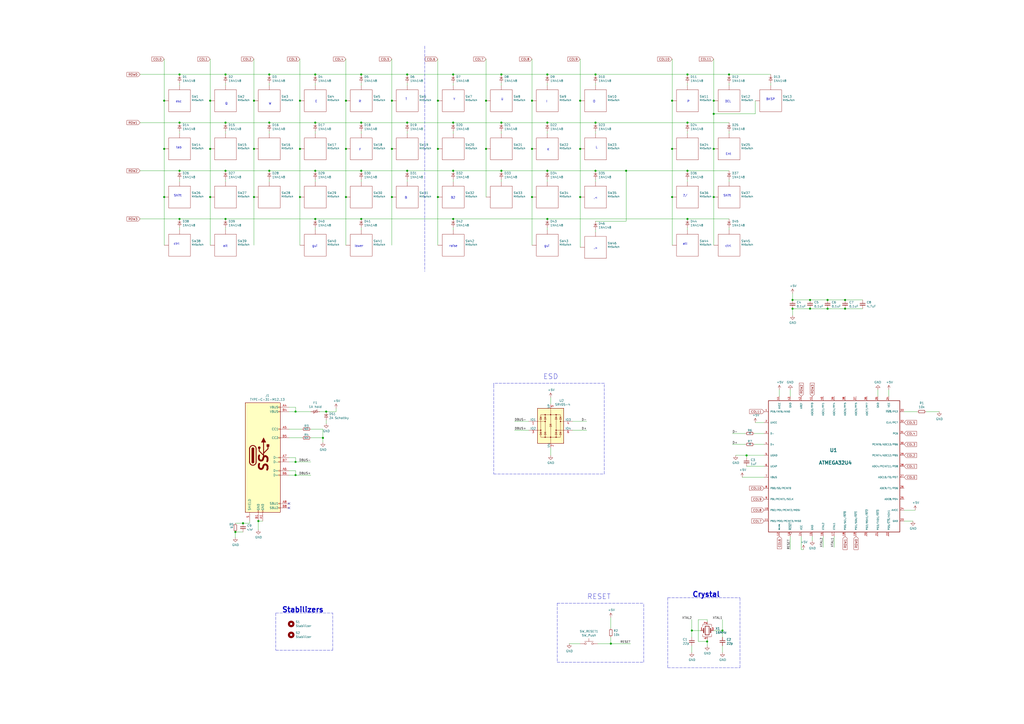
<source format=kicad_sch>
(kicad_sch (version 20210126) (generator eeschema)
  (paper "A2")
  (junction (at 95.25 58.42) (diameter 1.016))
  (junction (at 95.25 86.36) (diameter 1.016))
  (junction (at 95.25 114.3) (diameter 1.016))
  (junction (at 104.14 43.18) (diameter 1.016))
  (junction (at 104.14 71.12) (diameter 1.016))
  (junction (at 104.14 99.06) (diameter 1.016))
  (junction (at 104.14 127) (diameter 1.016))
  (junction (at 121.92 58.42) (diameter 1.016))
  (junction (at 121.92 86.36) (diameter 1.016))
  (junction (at 121.92 114.3) (diameter 1.016))
  (junction (at 130.81 43.18) (diameter 1.016))
  (junction (at 130.81 71.12) (diameter 1.016))
  (junction (at 130.81 99.06) (diameter 1.016))
  (junction (at 130.81 127) (diameter 1.016))
  (junction (at 136.525 308.61) (diameter 1.016))
  (junction (at 140.97 303.53) (diameter 1.016))
  (junction (at 147.32 58.42) (diameter 1.016))
  (junction (at 147.32 86.36) (diameter 1.016))
  (junction (at 147.32 114.3) (diameter 1.016))
  (junction (at 149.86 302.26) (diameter 1.016))
  (junction (at 156.21 43.18) (diameter 1.016))
  (junction (at 156.21 71.12) (diameter 1.016))
  (junction (at 156.21 99.06) (diameter 1.016))
  (junction (at 171.45 238.76) (diameter 1.016))
  (junction (at 171.45 267.97) (diameter 1.016))
  (junction (at 171.45 275.59) (diameter 1.016))
  (junction (at 173.99 58.42) (diameter 1.016))
  (junction (at 173.99 86.36) (diameter 1.016))
  (junction (at 173.99 114.3) (diameter 1.016))
  (junction (at 182.88 43.18) (diameter 1.016))
  (junction (at 182.88 71.12) (diameter 1.016))
  (junction (at 182.88 99.06) (diameter 1.016))
  (junction (at 182.88 127) (diameter 1.016))
  (junction (at 187.325 254) (diameter 1.016))
  (junction (at 189.23 238.76) (diameter 1.016))
  (junction (at 200.66 58.42) (diameter 1.016))
  (junction (at 200.66 86.36) (diameter 1.016))
  (junction (at 200.66 114.3) (diameter 1.016))
  (junction (at 209.55 43.18) (diameter 1.016))
  (junction (at 209.55 71.12) (diameter 1.016))
  (junction (at 209.55 99.06) (diameter 1.016))
  (junction (at 209.55 127) (diameter 1.016))
  (junction (at 227.33 58.42) (diameter 1.016))
  (junction (at 227.33 86.36) (diameter 1.016))
  (junction (at 227.33 114.3) (diameter 1.016))
  (junction (at 236.22 43.18) (diameter 1.016))
  (junction (at 236.22 71.12) (diameter 1.016))
  (junction (at 236.22 99.06) (diameter 1.016))
  (junction (at 254 58.42) (diameter 1.016))
  (junction (at 254 86.36) (diameter 1.016))
  (junction (at 254 114.3) (diameter 1.016))
  (junction (at 262.89 43.18) (diameter 1.016))
  (junction (at 262.89 71.12) (diameter 1.016))
  (junction (at 262.89 99.06) (diameter 1.016))
  (junction (at 262.89 127) (diameter 1.016))
  (junction (at 281.94 58.42) (diameter 1.016))
  (junction (at 281.94 86.36) (diameter 1.016))
  (junction (at 290.83 43.18) (diameter 1.016))
  (junction (at 290.83 71.12) (diameter 1.016))
  (junction (at 290.83 99.06) (diameter 1.016))
  (junction (at 308.61 58.42) (diameter 1.016))
  (junction (at 308.61 86.36) (diameter 1.016))
  (junction (at 308.61 114.3) (diameter 1.016))
  (junction (at 317.5 43.18) (diameter 1.016))
  (junction (at 317.5 71.12) (diameter 1.016))
  (junction (at 317.5 99.06) (diameter 1.016))
  (junction (at 317.5 127) (diameter 1.016))
  (junction (at 336.55 58.42) (diameter 1.016))
  (junction (at 336.55 86.36) (diameter 1.016))
  (junction (at 336.55 114.3) (diameter 1.016))
  (junction (at 345.44 43.18) (diameter 1.016))
  (junction (at 345.44 71.12) (diameter 1.016))
  (junction (at 345.44 99.06) (diameter 1.016))
  (junction (at 354.33 373.38) (diameter 1.016))
  (junction (at 363.22 99.06) (diameter 1.016))
  (junction (at 389.89 58.42) (diameter 1.016))
  (junction (at 389.89 86.36) (diameter 1.016))
  (junction (at 389.89 114.3) (diameter 1.016))
  (junction (at 398.78 43.18) (diameter 1.016))
  (junction (at 398.78 71.12) (diameter 1.016))
  (junction (at 398.78 99.06) (diameter 1.016))
  (junction (at 398.78 127) (diameter 1.016))
  (junction (at 401.32 365.76) (diameter 1.016))
  (junction (at 410.21 372.11) (diameter 1.016))
  (junction (at 414.02 58.42) (diameter 1.016))
  (junction (at 414.02 66.04) (diameter 1.016))
  (junction (at 414.02 86.36) (diameter 1.016))
  (junction (at 414.02 114.3) (diameter 1.016))
  (junction (at 419.1 365.76) (diameter 1.016))
  (junction (at 422.91 43.18) (diameter 1.016))
  (junction (at 433.07 264.16) (diameter 1.016))
  (junction (at 459.74 173.99) (diameter 1.016))
  (junction (at 459.74 179.07) (diameter 1.016))
  (junction (at 469.9 173.99) (diameter 1.016))
  (junction (at 469.9 179.07) (diameter 1.016))
  (junction (at 480.06 173.99) (diameter 1.016))
  (junction (at 480.06 179.07) (diameter 1.016))
  (junction (at 490.22 173.99) (diameter 1.016))
  (junction (at 490.22 179.07) (diameter 1.016))
  (no_connect (at 167.64 292.1))
  (no_connect (at 167.64 294.64))
  (wire (pts (xy 81.28 43.18) (xy 104.14 43.18)))
  (wire (pts (xy 81.28 71.12) (xy 104.14 71.12)))
  (wire (pts (xy 81.28 99.06) (xy 104.14 99.06)))
  (wire (pts (xy 81.28 127) (xy 104.14 127)))
  (wire (pts (xy 95.25 34.29) (xy 95.25 58.42)))
  (wire (pts (xy 95.25 58.42) (xy 95.25 86.36)))
  (wire (pts (xy 95.25 86.36) (xy 95.25 114.3)))
  (wire (pts (xy 95.25 114.3) (xy 95.25 142.24)))
  (wire (pts (xy 104.14 43.18) (xy 130.81 43.18)))
  (wire (pts (xy 104.14 48.26) (xy 104.14 49.53)))
  (wire (pts (xy 104.14 71.12) (xy 130.81 71.12)))
  (wire (pts (xy 104.14 76.2) (xy 104.14 77.47)))
  (wire (pts (xy 104.14 99.06) (xy 130.81 99.06)))
  (wire (pts (xy 104.14 104.14) (xy 104.14 105.41)))
  (wire (pts (xy 104.14 127) (xy 130.81 127)))
  (wire (pts (xy 104.14 132.08) (xy 104.14 133.35)))
  (wire (pts (xy 121.92 34.29) (xy 121.92 58.42)))
  (wire (pts (xy 121.92 58.42) (xy 121.92 86.36)))
  (wire (pts (xy 121.92 86.36) (xy 121.92 114.3)))
  (wire (pts (xy 121.92 114.3) (xy 121.92 142.24)))
  (wire (pts (xy 130.81 43.18) (xy 156.21 43.18)))
  (wire (pts (xy 130.81 48.26) (xy 130.81 49.53)))
  (wire (pts (xy 130.81 71.12) (xy 156.21 71.12)))
  (wire (pts (xy 130.81 76.2) (xy 130.81 77.47)))
  (wire (pts (xy 130.81 99.06) (xy 156.21 99.06)))
  (wire (pts (xy 130.81 104.14) (xy 130.81 105.41)))
  (wire (pts (xy 130.81 127) (xy 182.88 127)))
  (wire (pts (xy 130.81 132.08) (xy 130.81 133.35)))
  (wire (pts (xy 136.525 303.53) (xy 140.97 303.53)))
  (wire (pts (xy 136.525 308.61) (xy 136.525 311.785)))
  (wire (pts (xy 136.525 308.61) (xy 140.97 308.61)))
  (wire (pts (xy 140.97 303.53) (xy 144.78 303.53)))
  (wire (pts (xy 144.78 303.53) (xy 144.78 302.26)))
  (wire (pts (xy 147.32 34.29) (xy 147.32 58.42)))
  (wire (pts (xy 147.32 58.42) (xy 147.32 86.36)))
  (wire (pts (xy 147.32 86.36) (xy 147.32 114.3)))
  (wire (pts (xy 147.32 114.3) (xy 147.32 142.24)))
  (wire (pts (xy 149.86 302.26) (xy 149.86 307.34)))
  (wire (pts (xy 149.86 302.26) (xy 152.4 302.26)))
  (wire (pts (xy 156.21 43.18) (xy 182.88 43.18)))
  (wire (pts (xy 156.21 48.26) (xy 156.21 49.53)))
  (wire (pts (xy 156.21 71.12) (xy 182.88 71.12)))
  (wire (pts (xy 156.21 76.2) (xy 156.21 77.47)))
  (wire (pts (xy 156.21 99.06) (xy 182.88 99.06)))
  (wire (pts (xy 156.21 104.14) (xy 156.21 105.41)))
  (wire (pts (xy 167.64 236.22) (xy 171.45 236.22)))
  (wire (pts (xy 167.64 248.92) (xy 175.26 248.92)))
  (wire (pts (xy 167.64 254) (xy 175.26 254)))
  (wire (pts (xy 167.64 265.43) (xy 171.45 265.43)))
  (wire (pts (xy 167.64 273.05) (xy 171.45 273.05)))
  (wire (pts (xy 171.45 236.22) (xy 171.45 238.76)))
  (wire (pts (xy 171.45 238.76) (xy 167.64 238.76)))
  (wire (pts (xy 171.45 238.76) (xy 180.34 238.76)))
  (wire (pts (xy 171.45 265.43) (xy 171.45 267.97)))
  (wire (pts (xy 171.45 267.97) (xy 167.64 267.97)))
  (wire (pts (xy 171.45 267.97) (xy 180.34 267.97)))
  (wire (pts (xy 171.45 273.05) (xy 171.45 275.59)))
  (wire (pts (xy 171.45 275.59) (xy 167.64 275.59)))
  (wire (pts (xy 171.45 275.59) (xy 180.34 275.59)))
  (wire (pts (xy 173.99 34.29) (xy 173.99 58.42)))
  (wire (pts (xy 173.99 58.42) (xy 173.99 86.36)))
  (wire (pts (xy 173.99 86.36) (xy 173.99 114.3)))
  (wire (pts (xy 173.99 114.3) (xy 173.99 142.24)))
  (wire (pts (xy 180.34 248.92) (xy 187.325 248.92)))
  (wire (pts (xy 180.34 254) (xy 187.325 254)))
  (wire (pts (xy 182.88 43.18) (xy 209.55 43.18)))
  (wire (pts (xy 182.88 48.26) (xy 182.88 49.53)))
  (wire (pts (xy 182.88 71.12) (xy 209.55 71.12)))
  (wire (pts (xy 182.88 76.2) (xy 182.88 77.47)))
  (wire (pts (xy 182.88 99.06) (xy 209.55 99.06)))
  (wire (pts (xy 182.88 104.14) (xy 182.88 105.41)))
  (wire (pts (xy 182.88 127) (xy 209.55 127)))
  (wire (pts (xy 182.88 132.08) (xy 182.88 133.35)))
  (wire (pts (xy 185.42 238.76) (xy 189.23 238.76)))
  (wire (pts (xy 187.325 248.92) (xy 187.325 254)))
  (wire (pts (xy 187.325 254) (xy 187.325 256.54)))
  (wire (pts (xy 189.23 238.76) (xy 194.945 238.76)))
  (wire (pts (xy 189.23 243.84) (xy 189.23 245.745)))
  (wire (pts (xy 194.945 238.76) (xy 194.945 236.855)))
  (wire (pts (xy 200.66 34.29) (xy 200.66 58.42)))
  (wire (pts (xy 200.66 58.42) (xy 200.66 86.36)))
  (wire (pts (xy 200.66 86.36) (xy 200.66 114.3)))
  (wire (pts (xy 200.66 114.3) (xy 200.66 142.24)))
  (wire (pts (xy 209.55 43.18) (xy 236.22 43.18)))
  (wire (pts (xy 209.55 48.26) (xy 209.55 49.53)))
  (wire (pts (xy 209.55 71.12) (xy 236.22 71.12)))
  (wire (pts (xy 209.55 76.2) (xy 209.55 77.47)))
  (wire (pts (xy 209.55 99.06) (xy 236.22 99.06)))
  (wire (pts (xy 209.55 104.14) (xy 209.55 105.41)))
  (wire (pts (xy 209.55 127) (xy 262.89 127)))
  (wire (pts (xy 209.55 132.08) (xy 209.55 133.35)))
  (wire (pts (xy 227.33 34.29) (xy 227.33 58.42)))
  (wire (pts (xy 227.33 58.42) (xy 227.33 86.36)))
  (wire (pts (xy 227.33 86.36) (xy 227.33 114.3)))
  (wire (pts (xy 227.33 114.3) (xy 227.33 142.24)))
  (wire (pts (xy 236.22 43.18) (xy 262.89 43.18)))
  (wire (pts (xy 236.22 48.26) (xy 236.22 49.53)))
  (wire (pts (xy 236.22 71.12) (xy 262.89 71.12)))
  (wire (pts (xy 236.22 76.2) (xy 236.22 77.47)))
  (wire (pts (xy 236.22 99.06) (xy 262.89 99.06)))
  (wire (pts (xy 236.22 104.14) (xy 236.22 105.41)))
  (wire (pts (xy 254 58.42) (xy 254 34.29)))
  (wire (pts (xy 254 58.42) (xy 254 86.36)))
  (wire (pts (xy 254 86.36) (xy 254 114.3)))
  (wire (pts (xy 254 114.3) (xy 254 142.24)))
  (wire (pts (xy 262.89 43.18) (xy 290.83 43.18)))
  (wire (pts (xy 262.89 48.26) (xy 262.89 49.53)))
  (wire (pts (xy 262.89 71.12) (xy 290.83 71.12)))
  (wire (pts (xy 262.89 76.2) (xy 262.89 77.47)))
  (wire (pts (xy 262.89 99.06) (xy 290.83 99.06)))
  (wire (pts (xy 262.89 104.14) (xy 262.89 105.41)))
  (wire (pts (xy 262.89 127) (xy 317.5 127)))
  (wire (pts (xy 262.89 132.08) (xy 262.89 133.35)))
  (wire (pts (xy 281.94 34.29) (xy 281.94 58.42)))
  (wire (pts (xy 281.94 58.42) (xy 281.94 86.36)))
  (wire (pts (xy 281.94 86.36) (xy 281.94 114.3)))
  (wire (pts (xy 290.83 43.18) (xy 317.5 43.18)))
  (wire (pts (xy 290.83 48.26) (xy 290.83 49.53)))
  (wire (pts (xy 290.83 71.12) (xy 317.5 71.12)))
  (wire (pts (xy 290.83 76.2) (xy 290.83 77.47)))
  (wire (pts (xy 290.83 99.06) (xy 317.5 99.06)))
  (wire (pts (xy 290.83 104.14) (xy 290.83 105.41)))
  (wire (pts (xy 298.45 244.475) (xy 306.705 244.475)))
  (wire (pts (xy 298.45 249.555) (xy 306.705 249.555)))
  (wire (pts (xy 308.61 34.29) (xy 308.61 58.42)))
  (wire (pts (xy 308.61 58.42) (xy 308.61 86.36)))
  (wire (pts (xy 308.61 86.36) (xy 308.61 114.3)))
  (wire (pts (xy 308.61 114.3) (xy 308.61 142.24)))
  (wire (pts (xy 317.5 43.18) (xy 345.44 43.18)))
  (wire (pts (xy 317.5 48.26) (xy 317.5 49.53)))
  (wire (pts (xy 317.5 71.12) (xy 345.44 71.12)))
  (wire (pts (xy 317.5 76.2) (xy 317.5 77.47)))
  (wire (pts (xy 317.5 99.06) (xy 345.44 99.06)))
  (wire (pts (xy 317.5 104.14) (xy 317.5 105.41)))
  (wire (pts (xy 317.5 127) (xy 398.78 127)))
  (wire (pts (xy 317.5 132.08) (xy 317.5 133.35)))
  (wire (pts (xy 319.405 230.505) (xy 319.405 234.315)))
  (wire (pts (xy 319.405 259.715) (xy 319.405 264.16)))
  (wire (pts (xy 330.2 373.38) (xy 336.55 373.38)))
  (wire (pts (xy 332.105 244.475) (xy 340.36 244.475)))
  (wire (pts (xy 332.105 249.555) (xy 340.36 249.555)))
  (wire (pts (xy 336.55 34.29) (xy 336.55 58.42)))
  (wire (pts (xy 336.55 58.42) (xy 336.55 86.36)))
  (wire (pts (xy 336.55 86.36) (xy 336.55 114.3)))
  (wire (pts (xy 336.55 114.3) (xy 336.55 143.51)))
  (wire (pts (xy 345.44 43.18) (xy 398.78 43.18)))
  (wire (pts (xy 345.44 48.26) (xy 345.44 49.53)))
  (wire (pts (xy 345.44 71.12) (xy 398.78 71.12)))
  (wire (pts (xy 345.44 76.2) (xy 345.44 77.47)))
  (wire (pts (xy 345.44 99.06) (xy 363.22 99.06)))
  (wire (pts (xy 345.44 104.14) (xy 345.44 105.41)))
  (wire (pts (xy 345.44 128.27) (xy 363.22 128.27)))
  (wire (pts (xy 345.44 133.35) (xy 345.44 134.62)))
  (wire (pts (xy 346.71 373.38) (xy 354.33 373.38)))
  (wire (pts (xy 354.33 358.14) (xy 354.33 364.49)))
  (wire (pts (xy 354.33 373.38) (xy 354.33 369.57)))
  (wire (pts (xy 354.33 373.38) (xy 365.76 373.38)))
  (wire (pts (xy 363.22 99.06) (xy 398.78 99.06)))
  (wire (pts (xy 363.22 128.27) (xy 363.22 99.06)))
  (wire (pts (xy 389.89 34.29) (xy 389.89 58.42)))
  (wire (pts (xy 389.89 58.42) (xy 389.89 86.36)))
  (wire (pts (xy 389.89 86.36) (xy 389.89 114.3)))
  (wire (pts (xy 389.89 114.3) (xy 389.89 142.24)))
  (wire (pts (xy 398.78 43.18) (xy 422.91 43.18)))
  (wire (pts (xy 398.78 48.26) (xy 398.78 49.53)))
  (wire (pts (xy 398.78 71.12) (xy 422.91 71.12)))
  (wire (pts (xy 398.78 76.2) (xy 398.78 77.47)))
  (wire (pts (xy 398.78 99.06) (xy 422.91 99.06)))
  (wire (pts (xy 398.78 104.14) (xy 398.78 105.41)))
  (wire (pts (xy 398.78 127) (xy 422.91 127)))
  (wire (pts (xy 398.78 132.08) (xy 398.78 133.35)))
  (wire (pts (xy 401.32 359.41) (xy 401.32 365.76)))
  (wire (pts (xy 401.32 365.76) (xy 401.32 369.57)))
  (wire (pts (xy 401.32 365.76) (xy 406.4 365.76)))
  (wire (pts (xy 401.32 374.65) (xy 401.32 378.46)))
  (wire (pts (xy 405.13 359.41) (xy 405.13 372.11)))
  (wire (pts (xy 405.13 372.11) (xy 410.21 372.11)))
  (wire (pts (xy 410.21 359.41) (xy 405.13 359.41)))
  (wire (pts (xy 410.21 360.68) (xy 410.21 359.41)))
  (wire (pts (xy 410.21 370.84) (xy 410.21 372.11)))
  (wire (pts (xy 410.21 372.11) (xy 410.21 374.65)))
  (wire (pts (xy 414.02 34.29) (xy 414.02 58.42)))
  (wire (pts (xy 414.02 58.42) (xy 414.02 66.04)))
  (wire (pts (xy 414.02 66.04) (xy 414.02 86.36)))
  (wire (pts (xy 414.02 86.36) (xy 414.02 114.3)))
  (wire (pts (xy 414.02 114.3) (xy 414.02 142.24)))
  (wire (pts (xy 414.02 365.76) (xy 419.1 365.76)))
  (wire (pts (xy 419.1 359.41) (xy 419.1 365.76)))
  (wire (pts (xy 419.1 365.76) (xy 419.1 369.57)))
  (wire (pts (xy 419.1 374.65) (xy 419.1 378.46)))
  (wire (pts (xy 422.91 43.18) (xy 447.04 43.18)))
  (wire (pts (xy 422.91 48.26) (xy 422.91 49.53)))
  (wire (pts (xy 422.91 76.2) (xy 422.91 77.47)))
  (wire (pts (xy 422.91 104.14) (xy 422.91 105.41)))
  (wire (pts (xy 422.91 132.08) (xy 422.91 133.35)))
  (wire (pts (xy 424.815 251.46) (xy 432.435 251.46)))
  (wire (pts (xy 424.815 257.81) (xy 432.435 257.81)))
  (wire (pts (xy 426.72 264.16) (xy 433.07 264.16)))
  (wire (pts (xy 430.53 276.86) (xy 443.23 276.86)))
  (wire (pts (xy 433.07 264.16) (xy 433.07 265.43)))
  (wire (pts (xy 433.07 264.16) (xy 443.23 264.16)))
  (wire (pts (xy 433.07 270.51) (xy 443.23 270.51)))
  (wire (pts (xy 437.515 251.46) (xy 443.23 251.46)))
  (wire (pts (xy 437.515 257.81) (xy 443.23 257.81)))
  (wire (pts (xy 438.15 58.42) (xy 438.15 66.04)))
  (wire (pts (xy 438.15 66.04) (xy 414.02 66.04)))
  (wire (pts (xy 438.15 245.11) (xy 443.23 245.11)))
  (wire (pts (xy 447.04 48.26) (xy 447.04 49.53)))
  (wire (pts (xy 452.12 226.06) (xy 452.12 229.87)))
  (wire (pts (xy 458.47 226.06) (xy 458.47 229.87)))
  (wire (pts (xy 458.47 311.15) (xy 458.47 318.77)))
  (wire (pts (xy 459.74 170.18) (xy 459.74 173.99)))
  (wire (pts (xy 459.74 173.99) (xy 469.9 173.99)))
  (wire (pts (xy 459.74 179.07) (xy 459.74 182.88)))
  (wire (pts (xy 459.74 179.07) (xy 469.9 179.07)))
  (wire (pts (xy 464.82 311.15) (xy 464.82 318.77)))
  (wire (pts (xy 464.82 318.77) (xy 466.09 318.77)))
  (wire (pts (xy 469.9 173.99) (xy 480.06 173.99)))
  (wire (pts (xy 469.9 179.07) (xy 480.06 179.07)))
  (wire (pts (xy 471.17 311.15) (xy 471.17 313.69)))
  (wire (pts (xy 477.52 311.15) (xy 477.52 317.5)))
  (wire (pts (xy 480.06 173.99) (xy 490.22 173.99)))
  (wire (pts (xy 480.06 179.07) (xy 490.22 179.07)))
  (wire (pts (xy 483.87 311.15) (xy 483.87 317.5)))
  (wire (pts (xy 490.22 173.99) (xy 500.38 173.99)))
  (wire (pts (xy 490.22 179.07) (xy 500.38 179.07)))
  (wire (pts (xy 509.27 226.06) (xy 509.27 229.87)))
  (wire (pts (xy 515.62 226.06) (xy 515.62 229.87)))
  (wire (pts (xy 524.51 238.76) (xy 532.13 238.76)))
  (wire (pts (xy 524.51 295.91) (xy 530.86 295.91)))
  (wire (pts (xy 524.51 302.26) (xy 529.59 302.26)))
  (wire (pts (xy 537.21 238.76) (xy 544.83 238.76)))
  (polyline (pts (xy 160.02 355.6) (xy 160.02 377.19)) (stroke (width 0) (type dash)))
  (polyline (pts (xy 160.02 355.6) (xy 193.04 355.6)) (stroke (width 0) (type dash)))
  (polyline (pts (xy 160.02 377.19) (xy 193.04 377.19)) (stroke (width 0) (type dash)))
  (polyline (pts (xy 193.04 377.19) (xy 193.04 355.6)) (stroke (width 0) (type dash)))
  (polyline (pts (xy 246.38 26.67) (xy 246.38 157.48)) (stroke (width 0) (type dash)))
  (polyline (pts (xy 286.385 222.25) (xy 286.385 223.52)) (stroke (width 0) (type dash)))
  (polyline (pts (xy 286.385 223.52) (xy 286.385 274.955)) (stroke (width 0) (type dash)))
  (polyline (pts (xy 286.385 274.955) (xy 350.52 274.955)) (stroke (width 0) (type dash)))
  (polyline (pts (xy 323.215 349.885) (xy 323.215 384.175)) (stroke (width 0) (type dash)))
  (polyline (pts (xy 323.215 349.885) (xy 373.38 349.885)) (stroke (width 0) (type dash)))
  (polyline (pts (xy 323.215 384.175) (xy 373.38 384.175)) (stroke (width 0) (type dash)))
  (polyline (pts (xy 350.52 222.25) (xy 286.385 222.25)) (stroke (width 0) (type dash)))
  (polyline (pts (xy 350.52 274.955) (xy 350.52 222.25)) (stroke (width 0) (type dash)))
  (polyline (pts (xy 373.38 384.175) (xy 373.38 349.885)) (stroke (width 0) (type dash)))
  (polyline (pts (xy 387.35 346.71) (xy 387.35 387.35)) (stroke (width 0) (type dash)))
  (polyline (pts (xy 387.35 346.71) (xy 429.26 346.71)) (stroke (width 0) (type dash)))
  (polyline (pts (xy 387.35 387.35) (xy 429.26 387.35)) (stroke (width 0) (type dash)))
  (polyline (pts (xy 429.26 387.35) (xy 429.26 346.71)) (stroke (width 0) (type dash)))
  (text "ctrl" (at 104.14 142.24 180) (effects (font (size 1.27 1.27)) (justify right bottom)))
  (text "esc\n" (at 105.41 59.69 180) (effects (font (size 1.27 1.27)) (justify right bottom)))
  (text "tab\n" (at 105.41 86.36 180) (effects (font (size 1.27 1.27)) (justify right bottom)))
  (text "Shift" (at 105.41 114.3 180) (effects (font (size 1.27 1.27)) (justify right bottom)))
  (text "Q\n" (at 132.08 60.96 180) (effects (font (size 1.27 1.27)) (justify right bottom)))
  (text "alt" (at 132.08 143.51 180) (effects (font (size 1.27 1.27)) (justify right bottom)))
  (text "W" (at 157.48 60.96 180) (effects (font (size 1.27 1.27)) (justify right bottom)))
  (text "E" (at 184.15 59.69 180) (effects (font (size 1.27 1.27)) (justify right bottom)))
  (text "gui" (at 184.15 143.51 180) (effects (font (size 1.27 1.27)) (justify right bottom)))
  (text "Stabilizers\n" (at 187.96 355.6 180) (effects (font (size 3 3) (thickness 0.6) bold) (justify right bottom)))
  (text "R\n" (at 209.55 59.69 180) (effects (font (size 1.27 1.27)) (justify right bottom)))
  (text "F" (at 209.55 87.63 180) (effects (font (size 1.27 1.27)) (justify right bottom)))
  (text "lower" (at 210.82 143.51 180) (effects (font (size 1.27 1.27)) (justify right bottom)))
  (text "T" (at 236.22 58.42 180) (effects (font (size 1.27 1.27)) (justify right bottom)))
  (text "B" (at 236.22 115.57 180) (effects (font (size 1.27 1.27)) (justify right bottom)))
  (text "Y\n" (at 264.16 58.42 180) (effects (font (size 1.27 1.27)) (justify right bottom)))
  (text "B2" (at 264.16 115.57 180) (effects (font (size 1.27 1.27)) (justify right bottom)))
  (text "raise" (at 265.43 143.51 180) (effects (font (size 1.27 1.27)) (justify right bottom)))
  (text "U" (at 292.1 58.42 180) (effects (font (size 1.27 1.27)) (justify right bottom)))
  (text "I" (at 317.5 59.69 180) (effects (font (size 1.27 1.27)) (justify right bottom)))
  (text "K" (at 318.77 87.63 180) (effects (font (size 1.27 1.27)) (justify right bottom)))
  (text "gui" (at 318.77 143.51 180) (effects (font (size 1.27 1.27)) (justify right bottom)))
  (text "ESD" (at 323.85 220.345 180) (effects (font (size 3 3)) (justify right bottom)))
  (text "O" (at 345.44 59.69 180) (effects (font (size 1.27 1.27)) (justify right bottom)))
  (text "L" (at 346.71 86.36 180) (effects (font (size 1.27 1.27)) (justify right bottom)))
  (text ",<" (at 346.71 115.57 180) (effects (font (size 1.27 1.27)) (justify right bottom)))
  (text ".>" (at 346.71 144.78 180) (effects (font (size 1.27 1.27)) (justify right bottom)))
  (text "RESET" (at 354.33 347.98 180) (effects (font (size 3 3)) (justify right bottom)))
  (text "?/" (at 398.78 114.3 180) (effects (font (size 1.27 1.27)) (justify right bottom)))
  (text "atl" (at 398.78 142.24 180) (effects (font (size 1.27 1.27)) (justify right bottom)))
  (text "P" (at 400.05 59.69 180) (effects (font (size 1.27 1.27)) (justify right bottom)))
  (text "Crystal\n" (at 417.83 346.71 180) (effects (font (size 3 3) (thickness 0.6) bold) (justify right bottom)))
  (text "DEL" (at 424.18 59.69 180) (effects (font (size 1.27 1.27)) (justify right bottom)))
  (text "Ent" (at 424.18 90.17 180) (effects (font (size 1.27 1.27)) (justify right bottom)))
  (text "Shift\n" (at 424.18 114.3 180) (effects (font (size 1.27 1.27)) (justify right bottom)))
  (text "ctrl" (at 424.18 143.51 180) (effects (font (size 1.27 1.27)) (justify right bottom)))
  (text "BKSP\n" (at 449.58 58.42 180) (effects (font (size 1.27 1.27)) (justify right bottom)))
  (label "DBUS-" (at 180.34 267.97 180))
  (label "DBUS+" (at 180.34 275.59 180))
  (label "DBUS-" (at 298.45 244.475 0))
  (label "DBUS+" (at 298.45 249.555 0))
  (label "D-" (at 340.36 244.475 180))
  (label "D+" (at 340.36 249.555 180))
  (label "RESET" (at 365.76 373.38 180))
  (label "XTAL2" (at 401.32 359.41 180))
  (label "XTAL1" (at 419.1 359.41 180))
  (label "D-" (at 424.815 251.46 0))
  (label "D+" (at 424.815 257.81 0))
  (label "RESET" (at 458.47 318.77 90))
  (label "XTAL2" (at 477.52 317.5 90))
  (label "XTAL1" (at 483.87 317.5 90))
  (global_label "ROW0" (shape input) (at 81.28 43.18 180) (property "Intersheet References" "${INTERSHEET_REFS}" (effects hide)))
  (global_label "ROW1" (shape input) (at 81.28 71.12 180) (property "Intersheet References" "${INTERSHEET_REFS}" (effects hide)))
  (global_label "ROW2" (shape input) (at 81.28 99.06 180) (property "Intersheet References" "${INTERSHEET_REFS}" (effects hide)))
  (global_label "ROW3" (shape input) (at 81.28 127 180) (property "Intersheet References" "${INTERSHEET_REFS}" (effects hide)))
  (global_label "COL0" (shape input) (at 95.25 34.29 180) (property "Intersheet References" "${INTERSHEET_REFS}" (effects hide)))
  (global_label "COL1" (shape input) (at 121.92 34.29 180) (property "Intersheet References" "${INTERSHEET_REFS}" (effects hide)))
  (global_label "COL2" (shape input) (at 147.32 34.29 180) (property "Intersheet References" "${INTERSHEET_REFS}" (effects hide)))
  (global_label "COL3" (shape input) (at 173.99 34.29 180) (property "Intersheet References" "${INTERSHEET_REFS}" (effects hide)))
  (global_label "COL4" (shape input) (at 200.66 34.29 180) (property "Intersheet References" "${INTERSHEET_REFS}" (effects hide)))
  (global_label "COL5" (shape input) (at 227.33 34.29 180) (property "Intersheet References" "${INTERSHEET_REFS}" (effects hide)))
  (global_label "COL6" (shape input) (at 254 34.29 180) (property "Intersheet References" "${INTERSHEET_REFS}" (effects hide)))
  (global_label "COL7" (shape input) (at 281.94 34.29 180) (property "Intersheet References" "${INTERSHEET_REFS}" (effects hide)))
  (global_label "COL8" (shape input) (at 308.61 34.29 180) (property "Intersheet References" "${INTERSHEET_REFS}" (effects hide)))
  (global_label "COL9" (shape input) (at 336.55 34.29 180) (property "Intersheet References" "${INTERSHEET_REFS}" (effects hide)))
  (global_label "COL10" (shape input) (at 389.89 34.29 180) (property "Intersheet References" "${INTERSHEET_REFS}" (effects hide)))
  (global_label "COL11" (shape input) (at 414.02 34.29 180) (property "Intersheet References" "${INTERSHEET_REFS}" (effects hide)))
  (global_label "COL11" (shape input) (at 443.23 238.76 180) (property "Intersheet References" "${INTERSHEET_REFS}" (effects hide)))
  (global_label "COL10" (shape input) (at 443.23 283.21 180) (property "Intersheet References" "${INTERSHEET_REFS}" (effects hide)))
  (global_label "COL9" (shape input) (at 443.23 289.56 180) (property "Intersheet References" "${INTERSHEET_REFS}" (effects hide)))
  (global_label "COL8" (shape input) (at 443.23 295.91 180) (property "Intersheet References" "${INTERSHEET_REFS}" (effects hide)))
  (global_label "COL7" (shape input) (at 443.23 302.26 180) (property "Intersheet References" "${INTERSHEET_REFS}" (effects hide)))
  (global_label "COL6" (shape input) (at 452.12 311.15 270) (property "Intersheet References" "${INTERSHEET_REFS}" (effects hide)))
  (global_label "ROW2" (shape input) (at 464.82 229.87 90) (property "Intersheet References" "${INTERSHEET_REFS}" (effects hide)))
  (global_label "ROW3" (shape input) (at 471.17 229.87 90) (property "Intersheet References" "${INTERSHEET_REFS}" (effects hide)))
  (global_label "ROW1" (shape input) (at 490.22 311.15 270) (property "Intersheet References" "${INTERSHEET_REFS}" (effects hide)))
  (global_label "ROW0" (shape input) (at 496.57 311.15 270) (property "Intersheet References" "${INTERSHEET_REFS}" (effects hide)))
  (global_label "COL5" (shape input) (at 524.51 245.11 0) (property "Intersheet References" "${INTERSHEET_REFS}" (effects hide)))
  (global_label "COL4" (shape input) (at 524.51 251.46 0) (property "Intersheet References" "${INTERSHEET_REFS}" (effects hide)))
  (global_label "COL3" (shape input) (at 524.51 257.81 0) (property "Intersheet References" "${INTERSHEET_REFS}" (effects hide)))
  (global_label "COL2" (shape input) (at 524.51 264.16 0) (property "Intersheet References" "${INTERSHEET_REFS}" (effects hide)))
  (global_label "COL1" (shape input) (at 524.51 270.51 0) (property "Intersheet References" "${INTERSHEET_REFS}" (effects hide)))
  (global_label "COL0" (shape input) (at 524.51 276.86 0) (property "Intersheet References" "${INTERSHEET_REFS}" (effects hide)))
  (symbol (lib_id "power:+5V") (at 194.945 236.855 0) (unit 1)
    (property "Reference" "#PWR08" (effects hide))
    (property "Value" "+5V" (at 195.3133 232.5306 0))
  )
  (symbol (lib_id "power:+5V") (at 319.405 230.505 0) (unit 1)
    (property "Reference" "#PWR07" (effects hide))
    (property "Value" "+5V" (at 319.7733 226.1806 0))
  )
  (symbol (lib_id "power:+5V") (at 354.33 358.14 0) (unit 1)
    (property "Reference" "#PWR021" (effects hide))
    (property "Value" "+5V" (at 354.6983 353.8156 0))
  )
  (symbol (lib_id "power:+5V") (at 430.53 276.86 0) (unit 1)
    (property "Reference" "#PWR014" (effects hide))
    (property "Value" "+5V" (at 430.8983 272.5356 0))
  )
  (symbol (lib_id "power:+5V") (at 438.15 245.11 0) (unit 1)
    (property "Reference" "#PWR010" (effects hide))
    (property "Value" "+5V" (at 438.5183 240.7856 0))
  )
  (symbol (lib_id "power:+5V") (at 452.12 226.06 0) (unit 1)
    (property "Reference" "#PWR03" (effects hide))
    (property "Value" "+5V" (at 452.4883 221.7356 0))
  )
  (symbol (lib_id "power:+5V") (at 459.74 170.18 0) (unit 1)
    (property "Reference" "#PWR01" (effects hide))
    (property "Value" "+5V" (at 460.1083 165.8556 0))
  )
  (symbol (lib_id "power:+5V") (at 466.09 318.77 0) (unit 1)
    (property "Reference" "#PWR020" (effects hide))
    (property "Value" "+5V" (at 466.4583 314.4456 0))
  )
  (symbol (lib_id "power:+5V") (at 515.62 226.06 0) (unit 1)
    (property "Reference" "#PWR06" (effects hide))
    (property "Value" "+5V" (at 515.9883 221.7356 0))
  )
  (symbol (lib_id "power:+5V") (at 530.86 295.91 0) (unit 1)
    (property "Reference" "#PWR015" (effects hide))
    (property "Value" "+5V" (at 531.2283 291.5856 0))
  )
  (symbol (lib_id "power:GND") (at 136.525 311.785 0) (unit 1)
    (property "Reference" "#PWR018" (effects hide))
    (property "Value" "GND" (at 136.6393 316.1094 0))
  )
  (symbol (lib_id "power:GND") (at 149.86 307.34 0) (unit 1)
    (property "Reference" "#PWR017" (effects hide))
    (property "Value" "GND" (at 149.9743 311.6644 0))
  )
  (symbol (lib_id "power:GND") (at 187.325 256.54 0) (unit 1)
    (property "Reference" "#PWR011" (effects hide))
    (property "Value" "GND" (at 187.4393 260.8644 0))
  )
  (symbol (lib_id "power:GND") (at 189.23 245.745 0) (unit 1)
    (property "Reference" "#PWR0101" (effects hide))
    (property "Value" "GND" (at 189.3443 250.0694 0))
  )
  (symbol (lib_id "power:GND") (at 319.405 264.16 0) (unit 1)
    (property "Reference" "#PWR012" (effects hide))
    (property "Value" "GND" (at 319.5193 268.4844 0))
  )
  (symbol (lib_id "power:GND") (at 330.2 373.38 0) (unit 1)
    (property "Reference" "#PWR022" (effects hide))
    (property "Value" "GND" (at 330.3143 377.7044 0))
  )
  (symbol (lib_id "power:GND") (at 401.32 378.46 0) (unit 1)
    (property "Reference" "#PWR024" (effects hide))
    (property "Value" "GND" (at 401.4343 382.7844 0))
  )
  (symbol (lib_id "power:GND") (at 410.21 374.65 0) (unit 1)
    (property "Reference" "#PWR023" (effects hide))
    (property "Value" "GND" (at 410.3243 378.9744 0))
  )
  (symbol (lib_id "power:GND") (at 419.1 378.46 0) (unit 1)
    (property "Reference" "#PWR025" (effects hide))
    (property "Value" "GND" (at 419.2143 382.7844 0))
  )
  (symbol (lib_id "power:GND") (at 426.72 264.16 0) (unit 1)
    (property "Reference" "#PWR013" (effects hide))
    (property "Value" "GND" (at 426.8343 268.4844 0))
  )
  (symbol (lib_id "power:GND") (at 458.47 226.06 180) (unit 1)
    (property "Reference" "#PWR04" (effects hide))
    (property "Value" "GND" (at 458.3557 221.7356 0))
  )
  (symbol (lib_id "power:GND") (at 459.74 182.88 0) (unit 1)
    (property "Reference" "#PWR02" (effects hide))
    (property "Value" "GND" (at 459.8543 187.2044 0))
  )
  (symbol (lib_id "power:GND") (at 471.17 313.69 0) (unit 1)
    (property "Reference" "#PWR019" (effects hide))
    (property "Value" "GND" (at 471.2843 318.0144 0))
  )
  (symbol (lib_id "power:GND") (at 509.27 226.06 180) (unit 1)
    (property "Reference" "#PWR05" (effects hide))
    (property "Value" "GND" (at 509.1557 221.7356 0))
  )
  (symbol (lib_id "power:GND") (at 529.59 302.26 0) (unit 1)
    (property "Reference" "#PWR016" (effects hide))
    (property "Value" "GND" (at 529.7043 306.5844 0))
  )
  (symbol (lib_id "power:GND") (at 544.83 238.76 0) (unit 1)
    (property "Reference" "#PWR09" (effects hide))
    (property "Value" "GND" (at 544.9443 243.0844 0))
  )
  (symbol (lib_id "Device:R_Small") (at 136.525 306.07 0) (unit 1)
    (property "Reference" "R5" (at 132.944 304.286 0) (effects (justify left)))
    (property "Value" "1M" (at 133.579 305.949 0) (effects (font (size 0.7 0.7)) (justify left)))
    (property "Footprint" "Resistor_SMD:R_0805_2012Metric" (effects hide))
    (property "LCSC" "C17514" (effects hide))
  )
  (symbol (lib_id "Device:R_Small") (at 177.8 248.92 90) (unit 1)
    (property "Reference" "R3" (at 177.8 247.1482 90))
    (property "Value" "5.1k" (at 177.8 248.812 90) (effects (font (size 0.7 0.7))))
    (property "Footprint" "Resistor_SMD:R_0402_1005Metric" (effects hide))
    (property "LCSC" "C25905" (effects hide))
  )
  (symbol (lib_id "Device:R_Small") (at 177.8 254 90) (unit 1)
    (property "Reference" "R4" (at 177.8 252.2282 90))
    (property "Value" "5.1k" (at 177.8 253.892 90) (effects (font (size 0.7 0.7))))
    (property "Footprint" "Resistor_SMD:R_0402_1005Metric" (effects hide))
    (property "LCSC" "C25905" (effects hide))
  )
  (symbol (lib_id "Device:R_Small") (at 354.33 367.03 0) (unit 1)
    (property "Reference" "R2" (at 355.8287 365.8806 0) (effects (justify left)))
    (property "Value" "10k" (at 355.8287 368.1793 0) (effects (justify left)))
    (property "Footprint" "Resistor_SMD:R_0805_2012Metric" (effects hide))
    (property "LCSC" "C17414" (effects hide))
  )
  (symbol (lib_id "Device:R_Small") (at 434.975 251.46 90) (unit 1)
    (property "Reference" "R6" (at 434.975 249.6882 90))
    (property "Value" "22" (at 434.975 251.352 90) (effects (font (size 0.7 0.7))))
    (property "Footprint" "Resistor_SMD:R_0805_2012Metric" (effects hide))
    (property "LCSC" "C17561" (effects hide))
  )
  (symbol (lib_id "Device:R_Small") (at 434.975 257.81 90) (unit 1)
    (property "Reference" "R7" (at 434.975 256.0382 90))
    (property "Value" "22" (at 434.975 257.702 90) (effects (font (size 0.7 0.7))))
    (property "Footprint" "Resistor_SMD:R_0805_2012Metric" (effects hide))
    (property "LCSC" "C17561" (effects hide))
  )
  (symbol (lib_id "Device:R_Small") (at 534.67 238.76 90) (unit 1)
    (property "Reference" "R1" (at 534.67 233.8132 90))
    (property "Value" "10k" (at 534.67 236.1119 90))
    (property "Footprint" "Resistor_SMD:R_0805_2012Metric" (effects hide))
    (property "LCSC" "C17414" (effects hide))
  )
  (symbol (lib_id "Device:D_Small") (at 104.14 45.72 270) (unit 1)
    (property "Reference" "D1" (at 105.7911 44.5706 90) (effects (justify left)))
    (property "Value" "1N4148" (at 105.7911 46.8693 90) (effects (justify left)))
    (property "Footprint" "Diode_SMD:D_SOD-323_HandSoldering" (effects hide))
    (property "LCSC" "C2128" (effects hide))
  )
  (symbol (lib_id "Device:D_Small") (at 104.14 73.66 270) (unit 1)
    (property "Reference" "D14" (at 105.7911 72.5106 90) (effects (justify left)))
    (property "Value" "1N4148" (at 105.7911 74.8093 90) (effects (justify left)))
    (property "Footprint" "Diode_SMD:D_SOD-323_HandSoldering" (effects hide))
    (property "LCSC" "C2128" (effects hide))
  )
  (symbol (lib_id "Device:D_Small") (at 104.14 101.6 270) (unit 1)
    (property "Reference" "D26" (at 105.7911 100.4506 90) (effects (justify left)))
    (property "Value" "1N4148" (at 105.7911 102.7493 90) (effects (justify left)))
    (property "Footprint" "Diode_SMD:D_SOD-323_HandSoldering" (effects hide))
    (property "LCSC" "C2128" (effects hide))
  )
  (symbol (lib_id "Device:D_Small") (at 104.14 129.54 270) (unit 1)
    (property "Reference" "D38" (at 105.7911 128.3906 90) (effects (justify left)))
    (property "Value" "1N4148" (at 105.7911 130.6893 90) (effects (justify left)))
    (property "Footprint" "Diode_SMD:D_SOD-323_HandSoldering" (effects hide))
    (property "LCSC" "C2128" (effects hide))
  )
  (symbol (lib_id "Device:D_Small") (at 130.81 45.72 270) (unit 1)
    (property "Reference" "D2" (at 132.4611 44.5706 90) (effects (justify left)))
    (property "Value" "1N4148" (at 132.4611 46.8693 90) (effects (justify left)))
    (property "Footprint" "Diode_SMD:D_SOD-323_HandSoldering" (effects hide))
    (property "LCSC" "C2128" (effects hide))
  )
  (symbol (lib_id "Device:D_Small") (at 130.81 73.66 270) (unit 1)
    (property "Reference" "D15" (at 132.4611 72.5106 90) (effects (justify left)))
    (property "Value" "1N4148" (at 132.4611 74.8093 90) (effects (justify left)))
    (property "Footprint" "Diode_SMD:D_SOD-323_HandSoldering" (effects hide))
    (property "LCSC" "C2128" (effects hide))
  )
  (symbol (lib_id "Device:D_Small") (at 130.81 101.6 270) (unit 1)
    (property "Reference" "D27" (at 132.4611 100.4506 90) (effects (justify left)))
    (property "Value" "1N4148" (at 132.4611 102.7493 90) (effects (justify left)))
    (property "Footprint" "Diode_SMD:D_SOD-323_HandSoldering" (effects hide))
    (property "LCSC" "C2128" (effects hide))
  )
  (symbol (lib_id "Device:D_Small") (at 130.81 129.54 270) (unit 1)
    (property "Reference" "D39" (at 132.4611 128.3906 90) (effects (justify left)))
    (property "Value" "1N4148" (at 132.4611 130.6893 90) (effects (justify left)))
    (property "Footprint" "Diode_SMD:D_SOD-323_HandSoldering" (effects hide))
    (property "LCSC" "C2128" (effects hide))
  )
  (symbol (lib_id "Device:D_Small") (at 156.21 45.72 270) (unit 1)
    (property "Reference" "D3" (at 157.8611 44.5706 90) (effects (justify left)))
    (property "Value" "1N4148" (at 157.8611 46.8693 90) (effects (justify left)))
    (property "Footprint" "Diode_SMD:D_SOD-323_HandSoldering" (effects hide))
    (property "LCSC" "C2128" (effects hide))
  )
  (symbol (lib_id "Device:D_Small") (at 156.21 73.66 270) (unit 1)
    (property "Reference" "D16" (at 157.8611 72.5106 90) (effects (justify left)))
    (property "Value" "1N4148" (at 157.8611 74.8093 90) (effects (justify left)))
    (property "Footprint" "Diode_SMD:D_SOD-323_HandSoldering" (effects hide))
    (property "LCSC" "C2128" (effects hide))
  )
  (symbol (lib_id "Device:D_Small") (at 156.21 101.6 270) (unit 1)
    (property "Reference" "D28" (at 157.8611 100.4506 90) (effects (justify left)))
    (property "Value" "1N4148" (at 157.8611 102.7493 90) (effects (justify left)))
    (property "Footprint" "Diode_SMD:D_SOD-323_HandSoldering" (effects hide))
    (property "LCSC" "C2128" (effects hide))
  )
  (symbol (lib_id "Device:D_Small") (at 182.88 45.72 270) (unit 1)
    (property "Reference" "D4" (at 184.5311 44.5706 90) (effects (justify left)))
    (property "Value" "1N4148" (at 184.5311 46.8693 90) (effects (justify left)))
    (property "Footprint" "Diode_SMD:D_SOD-323_HandSoldering" (effects hide))
    (property "LCSC" "C2128" (effects hide))
  )
  (symbol (lib_id "Device:D_Small") (at 182.88 73.66 270) (unit 1)
    (property "Reference" "D17" (at 184.5311 72.5106 90) (effects (justify left)))
    (property "Value" "1N4148" (at 184.5311 74.8093 90) (effects (justify left)))
    (property "Footprint" "Diode_SMD:D_SOD-323_HandSoldering" (effects hide))
    (property "LCSC" "C2128" (effects hide))
  )
  (symbol (lib_id "Device:D_Small") (at 182.88 101.6 270) (unit 1)
    (property "Reference" "D29" (at 184.5311 100.4506 90) (effects (justify left)))
    (property "Value" "1N4148" (at 184.5311 102.7493 90) (effects (justify left)))
    (property "Footprint" "Diode_SMD:D_SOD-323_HandSoldering" (effects hide))
    (property "LCSC" "C2128" (effects hide))
  )
  (symbol (lib_id "Device:D_Small") (at 182.88 129.54 270) (unit 1)
    (property "Reference" "D40" (at 184.5311 128.3906 90) (effects (justify left)))
    (property "Value" "1N4148" (at 184.5311 130.6893 90) (effects (justify left)))
    (property "Footprint" "Diode_SMD:D_SOD-323_HandSoldering" (effects hide))
    (property "LCSC" "C2128" (effects hide))
  )
  (symbol (lib_id "Device:Polyfuse_Small") (at 182.88 238.76 90) (unit 1)
    (property "Reference" "F1" (at 182.88 233.6608 90))
    (property "Value" "1A hold" (at 182.88 235.9595 90))
    (property "Footprint" "Fuse:Fuse_1206_3216Metric" (effects hide))
    (property "LCSC" "C70082" (effects hide))
  )
  (symbol (lib_id "Device:D_Schottky_Small") (at 189.23 241.3 270) (unit 1)
    (property "Reference" "DS1" (at 190.8811 240.1506 90) (effects (justify left)))
    (property "Value" "2A Schottky" (at 190.8811 242.4493 90) (effects (justify left)))
    (property "Footprint" "Diode_SMD:D_SOD-123" (effects hide))
    (property "LCSC" "C14996" (effects hide))
  )
  (symbol (lib_id "Device:D_Small") (at 209.55 45.72 270) (unit 1)
    (property "Reference" "D5" (at 211.2011 44.5706 90) (effects (justify left)))
    (property "Value" "1N4148" (at 211.2011 46.8693 90) (effects (justify left)))
    (property "Footprint" "Diode_SMD:D_SOD-323_HandSoldering" (effects hide))
    (property "LCSC" "C2128" (effects hide))
  )
  (symbol (lib_id "Device:D_Small") (at 209.55 73.66 270) (unit 1)
    (property "Reference" "D18" (at 211.2011 72.5106 90) (effects (justify left)))
    (property "Value" "1N4148" (at 211.2011 74.8093 90) (effects (justify left)))
    (property "Footprint" "Diode_SMD:D_SOD-323_HandSoldering" (effects hide))
    (property "LCSC" "C2128" (effects hide))
  )
  (symbol (lib_id "Device:D_Small") (at 209.55 101.6 270) (unit 1)
    (property "Reference" "D30" (at 211.2011 100.4506 90) (effects (justify left)))
    (property "Value" "1N4148" (at 211.2011 102.7493 90) (effects (justify left)))
    (property "Footprint" "Diode_SMD:D_SOD-323_HandSoldering" (effects hide))
    (property "LCSC" "C2128" (effects hide))
  )
  (symbol (lib_id "Device:D_Small") (at 209.55 129.54 270) (unit 1)
    (property "Reference" "D41" (at 211.2011 128.3906 90) (effects (justify left)))
    (property "Value" "1N4148" (at 211.2011 130.6893 90) (effects (justify left)))
    (property "Footprint" "Diode_SMD:D_SOD-323_HandSoldering" (effects hide))
    (property "LCSC" "C2128" (effects hide))
  )
  (symbol (lib_id "Device:D_Small") (at 236.22 45.72 270) (unit 1)
    (property "Reference" "D6" (at 237.8711 44.5706 90) (effects (justify left)))
    (property "Value" "1N4148" (at 237.8711 46.8693 90) (effects (justify left)))
    (property "Footprint" "Diode_SMD:D_SOD-323_HandSoldering" (effects hide))
    (property "LCSC" "C2128" (effects hide))
  )
  (symbol (lib_id "Device:D_Small") (at 236.22 73.66 270) (unit 1)
    (property "Reference" "D19" (at 237.8711 72.5106 90) (effects (justify left)))
    (property "Value" "1N4148" (at 237.8711 74.8093 90) (effects (justify left)))
    (property "Footprint" "Diode_SMD:D_SOD-323_HandSoldering" (effects hide))
    (property "LCSC" "C2128" (effects hide))
  )
  (symbol (lib_id "Device:D_Small") (at 236.22 101.6 270) (unit 1)
    (property "Reference" "D31" (at 237.8711 100.4506 90) (effects (justify left)))
    (property "Value" "1N4148" (at 237.8711 102.7493 90) (effects (justify left)))
    (property "Footprint" "Diode_SMD:D_SOD-323_HandSoldering" (effects hide))
    (property "LCSC" "C2128" (effects hide))
  )
  (symbol (lib_id "Device:D_Small") (at 262.89 45.72 270) (unit 1)
    (property "Reference" "D7" (at 264.5411 44.5706 90) (effects (justify left)))
    (property "Value" "1N4148" (at 264.5411 46.8693 90) (effects (justify left)))
    (property "Footprint" "Diode_SMD:D_SOD-323_HandSoldering" (effects hide))
    (property "LCSC" "C2128" (effects hide))
  )
  (symbol (lib_id "Device:D_Small") (at 262.89 73.66 270) (unit 1)
    (property "Reference" "D20" (at 264.5411 72.5106 90) (effects (justify left)))
    (property "Value" "1N4148" (at 264.5411 74.8093 90) (effects (justify left)))
    (property "Footprint" "Diode_SMD:D_SOD-323_HandSoldering" (effects hide))
    (property "LCSC" "C2128" (effects hide))
  )
  (symbol (lib_id "Device:D_Small") (at 262.89 101.6 270) (unit 1)
    (property "Reference" "D32" (at 264.5411 100.4506 90) (effects (justify left)))
    (property "Value" "1N4148" (at 264.5411 102.7493 90) (effects (justify left)))
    (property "Footprint" "Diode_SMD:D_SOD-323_HandSoldering" (effects hide))
    (property "LCSC" "C2128" (effects hide))
  )
  (symbol (lib_id "Device:D_Small") (at 262.89 129.54 270) (unit 1)
    (property "Reference" "D42" (at 264.5411 128.3906 90) (effects (justify left)))
    (property "Value" "1N4148" (at 264.5411 130.6893 90) (effects (justify left)))
    (property "Footprint" "Diode_SMD:D_SOD-323_HandSoldering" (effects hide))
    (property "LCSC" "C2128" (effects hide))
  )
  (symbol (lib_id "Device:D_Small") (at 290.83 45.72 270) (unit 1)
    (property "Reference" "D8" (at 292.4811 44.5706 90) (effects (justify left)))
    (property "Value" "1N4148" (at 292.4811 46.8693 90) (effects (justify left)))
    (property "Footprint" "Diode_SMD:D_SOD-323_HandSoldering" (effects hide))
    (property "LCSC" "C2128" (effects hide))
  )
  (symbol (lib_id "Device:D_Small") (at 290.83 73.66 270) (unit 1)
    (property "Reference" "D21" (at 292.4811 72.5106 90) (effects (justify left)))
    (property "Value" "1N4148" (at 292.4811 74.8093 90) (effects (justify left)))
    (property "Footprint" "Diode_SMD:D_SOD-323_HandSoldering" (effects hide))
    (property "LCSC" "C2128" (effects hide))
  )
  (symbol (lib_id "Device:D_Small") (at 290.83 101.6 270) (unit 1)
    (property "Reference" "D33" (at 292.4811 100.4506 90) (effects (justify left)))
    (property "Value" "1N4148" (at 292.4811 102.7493 90) (effects (justify left)))
    (property "Footprint" "Diode_SMD:D_SOD-323_HandSoldering" (effects hide))
    (property "LCSC" "C2128" (effects hide))
  )
  (symbol (lib_id "Device:D_Small") (at 317.5 45.72 270) (unit 1)
    (property "Reference" "D9" (at 319.1511 44.5706 90) (effects (justify left)))
    (property "Value" "1N4148" (at 319.1511 46.8693 90) (effects (justify left)))
    (property "Footprint" "Diode_SMD:D_SOD-323_HandSoldering" (effects hide))
    (property "LCSC" "C2128" (effects hide))
  )
  (symbol (lib_id "Device:D_Small") (at 317.5 73.66 270) (unit 1)
    (property "Reference" "D22" (at 319.1511 72.5106 90) (effects (justify left)))
    (property "Value" "1N4148" (at 319.1511 74.8093 90) (effects (justify left)))
    (property "Footprint" "Diode_SMD:D_SOD-323_HandSoldering" (effects hide))
    (property "LCSC" "C2128" (effects hide))
  )
  (symbol (lib_id "Device:D_Small") (at 317.5 101.6 270) (unit 1)
    (property "Reference" "D34" (at 319.1511 100.4506 90) (effects (justify left)))
    (property "Value" "1N4148" (at 319.1511 102.7493 90) (effects (justify left)))
    (property "Footprint" "Diode_SMD:D_SOD-323_HandSoldering" (effects hide))
    (property "LCSC" "C2128" (effects hide))
  )
  (symbol (lib_id "Device:D_Small") (at 317.5 129.54 270) (unit 1)
    (property "Reference" "D43" (at 319.1511 128.3906 90) (effects (justify left)))
    (property "Value" "1N4148" (at 319.1511 130.6893 90) (effects (justify left)))
    (property "Footprint" "Diode_SMD:D_SOD-323_HandSoldering" (effects hide))
    (property "LCSC" "C2128" (effects hide))
  )
  (symbol (lib_id "Device:D_Small") (at 345.44 45.72 270) (unit 1)
    (property "Reference" "D10" (at 347.0911 44.5706 90) (effects (justify left)))
    (property "Value" "1N4148" (at 347.0911 46.8693 90) (effects (justify left)))
    (property "Footprint" "Diode_SMD:D_SOD-323_HandSoldering" (effects hide))
    (property "LCSC" "C2128" (effects hide))
  )
  (symbol (lib_id "Device:D_Small") (at 345.44 73.66 270) (unit 1)
    (property "Reference" "D23" (at 347.0911 72.5106 90) (effects (justify left)))
    (property "Value" "1N4148" (at 347.0911 74.8093 90) (effects (justify left)))
    (property "Footprint" "Diode_SMD:D_SOD-323_HandSoldering" (effects hide))
    (property "LCSC" "C2128" (effects hide))
  )
  (symbol (lib_id "Device:D_Small") (at 345.44 101.6 270) (unit 1)
    (property "Reference" "D35" (at 347.0911 100.4506 90) (effects (justify left)))
    (property "Value" "1N4148" (at 347.0911 102.7493 90) (effects (justify left)))
    (property "Footprint" "Diode_SMD:D_SOD-323_HandSoldering" (effects hide))
    (property "LCSC" "C2128" (effects hide))
  )
  (symbol (lib_id "Device:D_Small") (at 345.44 130.81 270) (unit 1)
    (property "Reference" "D46" (at 347.0911 129.6606 90) (effects (justify left)))
    (property "Value" "1N4148" (at 347.0911 131.9593 90) (effects (justify left)))
    (property "Footprint" "Diode_SMD:D_SOD-323_HandSoldering" (effects hide))
    (property "LCSC" "C2128" (effects hide))
  )
  (symbol (lib_id "Device:D_Small") (at 398.78 45.72 270) (unit 1)
    (property "Reference" "D11" (at 400.4311 44.5706 90) (effects (justify left)))
    (property "Value" "1N4148" (at 400.4311 46.8693 90) (effects (justify left)))
    (property "Footprint" "Diode_SMD:D_SOD-323_HandSoldering" (effects hide))
    (property "LCSC" "C2128" (effects hide))
  )
  (symbol (lib_id "Device:D_Small") (at 398.78 73.66 270) (unit 1)
    (property "Reference" "D24" (at 400.4311 72.5106 90) (effects (justify left)))
    (property "Value" "1N4148" (at 400.4311 74.8093 90) (effects (justify left)))
    (property "Footprint" "Diode_SMD:D_SOD-323_HandSoldering" (effects hide))
    (property "LCSC" "C2128" (effects hide))
  )
  (symbol (lib_id "Device:D_Small") (at 398.78 101.6 270) (unit 1)
    (property "Reference" "D36" (at 400.4311 100.4506 90) (effects (justify left)))
    (property "Value" "1N4148" (at 400.4311 102.7493 90) (effects (justify left)))
    (property "Footprint" "Diode_SMD:D_SOD-323_HandSoldering" (effects hide))
    (property "LCSC" "C2128" (effects hide))
  )
  (symbol (lib_id "Device:D_Small") (at 398.78 129.54 270) (unit 1)
    (property "Reference" "D44" (at 400.4311 128.3906 90) (effects (justify left)))
    (property "Value" "1N4148" (at 400.4311 130.6893 90) (effects (justify left)))
    (property "Footprint" "Diode_SMD:D_SOD-323_HandSoldering" (effects hide))
    (property "LCSC" "C2128" (effects hide))
  )
  (symbol (lib_id "Device:D_Small") (at 422.91 45.72 270) (unit 1)
    (property "Reference" "D12" (at 424.5611 44.5706 90) (effects (justify left)))
    (property "Value" "1N4148" (at 424.5611 46.8693 90) (effects (justify left)))
    (property "Footprint" "Diode_SMD:D_SOD-323_HandSoldering" (effects hide))
    (property "LCSC" "C2128" (effects hide))
  )
  (symbol (lib_id "Device:D_Small") (at 422.91 73.66 270) (unit 1)
    (property "Reference" "D25" (at 424.5611 72.5106 90) (effects (justify left)))
    (property "Value" "1N4148" (at 424.5611 74.8093 90) (effects (justify left)))
    (property "Footprint" "Diode_SMD:D_SOD-323_HandSoldering" (effects hide))
    (property "LCSC" "C2128" (effects hide))
  )
  (symbol (lib_id "Device:D_Small") (at 422.91 101.6 270) (unit 1)
    (property "Reference" "D37" (at 424.5611 100.4506 90) (effects (justify left)))
    (property "Value" "1N4148" (at 424.5611 102.7493 90) (effects (justify left)))
    (property "Footprint" "Diode_SMD:D_SOD-323_HandSoldering" (effects hide))
    (property "LCSC" "C2128" (effects hide))
  )
  (symbol (lib_id "Device:D_Small") (at 422.91 129.54 270) (unit 1)
    (property "Reference" "D45" (at 424.5611 128.3906 90) (effects (justify left)))
    (property "Value" "1N4148" (at 424.5611 130.6893 90) (effects (justify left)))
    (property "Footprint" "Diode_SMD:D_SOD-323_HandSoldering" (effects hide))
    (property "LCSC" "C2128" (effects hide))
  )
  (symbol (lib_id "Device:D_Small") (at 447.04 45.72 270) (unit 1)
    (property "Reference" "D13" (at 448.6911 44.5706 90) (effects (justify left)))
    (property "Value" "1N4148" (at 448.6911 46.8693 90) (effects (justify left)))
    (property "Footprint" "Diode_SMD:D_SOD-323_HandSoldering" (effects hide))
    (property "LCSC" "C2128" (effects hide))
  )
  (symbol (lib_id "Mechanical:MountingHole") (at 168.91 361.95 0) (unit 1)
    (property "Reference" "S1" (at 171.4501 360.8006 0) (effects (justify left)))
    (property "Value" "Stabilizer" (at 171.4501 363.0993 0) (effects (justify left)))
    (property "Footprint" "keyswitches:Stabilizer_MX_2u" (effects hide))
  )
  (symbol (lib_id "Mechanical:MountingHole") (at 168.91 368.3 0) (unit 1)
    (property "Reference" "S2" (at 171.4501 367.1506 0) (effects (justify left)))
    (property "Value" "Stabilizer" (at 171.4501 369.4493 0) (effects (justify left)))
    (property "Footprint" "keyswitches:Stabilizer_MX_2u" (effects hide))
  )
  (symbol (lib_id "Device:C_Small") (at 140.97 306.07 0) (unit 1)
    (property "Reference" "C9" (at 143.2942 304.9206 0) (effects (justify left)))
    (property "Value" "4.7uF" (at 143.294 307.219 0) (effects (font (size 0.8 0.8)) (justify left)))
    (property "Footprint" "Capacitor_SMD:C_0805_2012Metric" (effects hide))
    (property "LCSC" "C1779" (effects hide))
  )
  (symbol (lib_id "Device:C_Small") (at 401.32 372.11 0) (unit 1)
    (property "Reference" "C1" (at 396.0242 370.9606 0) (effects (justify left)))
    (property "Value" "22p" (at 396.0242 373.2593 0) (effects (justify left)))
    (property "Footprint" "Capacitor_SMD:C_0805_2012Metric" (effects hide))
    (property "LCSC" "C1804" (effects hide))
  )
  (symbol (lib_id "Device:C_Small") (at 419.1 372.11 0) (unit 1)
    (property "Reference" "C2" (at 421.4242 370.9606 0) (effects (justify left)))
    (property "Value" "22p" (at 421.4242 373.2593 0) (effects (justify left)))
    (property "Footprint" "Capacitor_SMD:C_0805_2012Metric" (effects hide))
    (property "LCSC" "C1804" (effects hide))
  )
  (symbol (lib_id "Device:C_Small") (at 433.07 267.97 0) (unit 1)
    (property "Reference" "C3" (at 435.3942 266.8206 0) (effects (justify left)))
    (property "Value" "1uF" (at 435.3942 269.1193 0) (effects (justify left)))
    (property "Footprint" "Capacitor_SMD:C_0805_2012Metric" (effects hide))
    (property "LCSC" "C28323" (effects hide))
  )
  (symbol (lib_id "Device:C_Small") (at 459.74 176.53 0) (unit 1)
    (property "Reference" "C4" (at 462.0642 175.3806 0) (effects (justify left)))
    (property "Value" "0.1uF" (at 462.0642 177.6793 0) (effects (justify left)))
    (property "Footprint" "Capacitor_SMD:C_0805_2012Metric" (effects hide))
    (property "LCSC" "C49678" (effects hide))
  )
  (symbol (lib_id "Device:C_Small") (at 469.9 176.53 0) (unit 1)
    (property "Reference" "C5" (at 472.2242 175.3806 0) (effects (justify left)))
    (property "Value" "0.1uF" (at 472.2242 177.6793 0) (effects (justify left)))
    (property "Footprint" "Capacitor_SMD:C_0805_2012Metric" (effects hide))
    (property "LCSC" "C49678" (effects hide))
  )
  (symbol (lib_id "Device:C_Small") (at 480.06 176.53 0) (unit 1)
    (property "Reference" "C6" (at 482.3842 175.3806 0) (effects (justify left)))
    (property "Value" "0.1uF" (at 482.3842 177.6793 0) (effects (justify left)))
    (property "Footprint" "Capacitor_SMD:C_0805_2012Metric" (effects hide))
    (property "LCSC" "C49678" (effects hide))
  )
  (symbol (lib_id "Device:C_Small") (at 490.22 176.53 0) (unit 1)
    (property "Reference" "C7" (at 492.5442 175.3806 0) (effects (justify left)))
    (property "Value" "0.1uF" (at 492.5442 177.6793 0) (effects (justify left)))
    (property "Footprint" "Capacitor_SMD:C_0805_2012Metric" (effects hide))
    (property "LCSC" "C49678" (effects hide))
  )
  (symbol (lib_id "Device:C_Small") (at 500.38 176.53 0) (unit 1)
    (property "Reference" "C8" (at 502.7042 175.3806 0) (effects (justify left)))
    (property "Value" "4.7uF" (at 502.7042 177.6793 0) (effects (justify left)))
    (property "Footprint" "Capacitor_SMD:C_0805_2012Metric" (effects hide))
    (property "LCSC" "C1779" (effects hide))
  )
  (symbol (lib_id "Switch:SW_Push") (at 341.63 373.38 0) (unit 1)
    (property "Reference" "SW_RESET1" (at 341.63 366.2488 0))
    (property "Value" "SW_Push" (at 341.63 368.5475 0))
    (property "Footprint" "Button_Switch_SMD:SW_SPST_TL3342" (effects hide))
    (property "LCSC" "C318884" (effects hide))
  )
  (symbol (lib_id "Device:Crystal_GND24") (at 410.21 365.76 0) (unit 1)
    (property "Reference" "X1" (at 415.0361 364.6106 0) (effects (justify left)))
    (property "Value" "16MHz" (at 415.0361 366.9093 0) (effects (justify left)))
    (property "Footprint" "Crystal:Crystal_SMD_3225-4Pin_3.2x2.5mm" (effects hide))
    (property "LCSC" "C13738" (effects hide))
  )
  (symbol (lib_id "acheronSymbols:MXSwitch") (at 104.14 58.42 0) (unit 1)
    (property "Reference" "SW1" (at 111.1251 56.035 0) (effects (justify left)))
    (property "Value" "MXSwitch" (at 111.1251 58.1088 0) (effects (font (size 0.9906 0.9906)) (justify left)))
    (property "Footprint" "keyswitches:Kailh_socket_MX" (effects hide))
  )
  (symbol (lib_id "acheronSymbols:MXSwitch") (at 104.14 86.36 0) (unit 1)
    (property "Reference" "SW14" (at 111.1251 83.975 0) (effects (justify left)))
    (property "Value" "MXSwitch" (at 111.1251 86.0488 0) (effects (font (size 0.9906 0.9906)) (justify left)))
    (property "Footprint" "keyswitches:Kailh_socket_MX" (effects hide))
  )
  (symbol (lib_id "acheronSymbols:MXSwitch") (at 104.14 114.3 0) (unit 1)
    (property "Reference" "SW26" (at 111.1251 111.915 0) (effects (justify left)))
    (property "Value" "MXSwitch" (at 111.1251 113.9888 0) (effects (font (size 0.9906 0.9906)) (justify left)))
    (property "Footprint" "keyswitches:Kailh_socket_MX" (effects hide))
  )
  (symbol (lib_id "acheronSymbols:MXSwitch") (at 104.14 142.24 0) (unit 1)
    (property "Reference" "SW38" (at 111.1251 139.855 0) (effects (justify left)))
    (property "Value" "MXSwitch" (at 111.1251 141.9288 0) (effects (font (size 0.9906 0.9906)) (justify left)))
    (property "Footprint" "keyswitches:Kailh_socket_MX" (effects hide))
  )
  (symbol (lib_id "acheronSymbols:MXSwitch") (at 130.81 58.42 0) (unit 1)
    (property "Reference" "SW2" (at 137.7951 56.035 0) (effects (justify left)))
    (property "Value" "MXSwitch" (at 137.7951 58.1088 0) (effects (font (size 0.9906 0.9906)) (justify left)))
    (property "Footprint" "keyswitches:Kailh_socket_MX" (effects hide))
  )
  (symbol (lib_id "acheronSymbols:MXSwitch") (at 130.81 86.36 0) (unit 1)
    (property "Reference" "SW15" (at 137.7951 83.975 0) (effects (justify left)))
    (property "Value" "MXSwitch" (at 137.7951 86.0488 0) (effects (font (size 0.9906 0.9906)) (justify left)))
    (property "Footprint" "keyswitches:Kailh_socket_MX" (effects hide))
  )
  (symbol (lib_id "acheronSymbols:MXSwitch") (at 130.81 114.3 0) (unit 1)
    (property "Reference" "SW27" (at 137.7951 111.915 0) (effects (justify left)))
    (property "Value" "MXSwitch" (at 137.7951 113.9888 0) (effects (font (size 0.9906 0.9906)) (justify left)))
    (property "Footprint" "keyswitches:Kailh_socket_MX" (effects hide))
  )
  (symbol (lib_id "acheronSymbols:MXSwitch") (at 130.81 142.24 0) (unit 1)
    (property "Reference" "SW39" (at 137.7951 139.855 0) (effects (justify left)))
    (property "Value" "MXSwitch" (at 137.7951 141.9288 0) (effects (font (size 0.9906 0.9906)) (justify left)))
    (property "Footprint" "keyswitches:Kailh_socket_MX" (effects hide))
  )
  (symbol (lib_id "acheronSymbols:MXSwitch") (at 156.21 58.42 0) (unit 1)
    (property "Reference" "SW3" (at 163.1951 56.035 0) (effects (justify left)))
    (property "Value" "MXSwitch" (at 163.1951 58.1088 0) (effects (font (size 0.9906 0.9906)) (justify left)))
    (property "Footprint" "keyswitches:Kailh_socket_MX" (effects hide))
  )
  (symbol (lib_id "acheronSymbols:MXSwitch") (at 156.21 86.36 0) (unit 1)
    (property "Reference" "SW16" (at 163.1951 83.975 0) (effects (justify left)))
    (property "Value" "MXSwitch" (at 163.1951 86.0488 0) (effects (font (size 0.9906 0.9906)) (justify left)))
    (property "Footprint" "keyswitches:Kailh_socket_MX" (effects hide))
  )
  (symbol (lib_id "acheronSymbols:MXSwitch") (at 156.21 114.3 0) (unit 1)
    (property "Reference" "SW28" (at 163.1951 111.915 0) (effects (justify left)))
    (property "Value" "MXSwitch" (at 163.1951 113.9888 0) (effects (font (size 0.9906 0.9906)) (justify left)))
    (property "Footprint" "keyswitches:Kailh_socket_MX" (effects hide))
  )
  (symbol (lib_id "acheronSymbols:MXSwitch") (at 182.88 58.42 0) (unit 1)
    (property "Reference" "SW4" (at 189.8651 56.035 0) (effects (justify left)))
    (property "Value" "MXSwitch" (at 189.8651 58.1088 0) (effects (font (size 0.9906 0.9906)) (justify left)))
    (property "Footprint" "keyswitches:Kailh_socket_MX" (effects hide))
  )
  (symbol (lib_id "acheronSymbols:MXSwitch") (at 182.88 86.36 0) (unit 1)
    (property "Reference" "SW17" (at 189.8651 83.975 0) (effects (justify left)))
    (property "Value" "MXSwitch" (at 189.8651 86.0488 0) (effects (font (size 0.9906 0.9906)) (justify left)))
    (property "Footprint" "keyswitches:Kailh_socket_MX" (effects hide))
  )
  (symbol (lib_id "acheronSymbols:MXSwitch") (at 182.88 114.3 0) (unit 1)
    (property "Reference" "SW29" (at 189.8651 111.915 0) (effects (justify left)))
    (property "Value" "MXSwitch" (at 189.8651 113.9888 0) (effects (font (size 0.9906 0.9906)) (justify left)))
    (property "Footprint" "keyswitches:Kailh_socket_MX" (effects hide))
  )
  (symbol (lib_id "acheronSymbols:MXSwitch") (at 182.88 142.24 0) (unit 1)
    (property "Reference" "SW40" (at 189.8651 139.855 0) (effects (justify left)))
    (property "Value" "MXSwitch" (at 189.8651 141.9288 0) (effects (font (size 0.9906 0.9906)) (justify left)))
    (property "Footprint" "keyswitches:Kailh_socket_MX" (effects hide))
  )
  (symbol (lib_id "acheronSymbols:MXSwitch") (at 209.55 58.42 0) (unit 1)
    (property "Reference" "SW5" (at 216.5351 56.035 0) (effects (justify left)))
    (property "Value" "MXSwitch" (at 216.5351 58.1088 0) (effects (font (size 0.9906 0.9906)) (justify left)))
    (property "Footprint" "keyswitches:Kailh_socket_MX" (effects hide))
  )
  (symbol (lib_id "acheronSymbols:MXSwitch") (at 209.55 86.36 0) (unit 1)
    (property "Reference" "SW18" (at 216.5351 83.975 0) (effects (justify left)))
    (property "Value" "MXSwitch" (at 216.5351 86.0488 0) (effects (font (size 0.9906 0.9906)) (justify left)))
    (property "Footprint" "keyswitches:Kailh_socket_MX" (effects hide))
  )
  (symbol (lib_id "acheronSymbols:MXSwitch") (at 209.55 114.3 0) (unit 1)
    (property "Reference" "SW30" (at 216.5351 111.915 0) (effects (justify left)))
    (property "Value" "MXSwitch" (at 216.5351 113.9888 0) (effects (font (size 0.9906 0.9906)) (justify left)))
    (property "Footprint" "keyswitches:Kailh_socket_MX" (effects hide))
  )
  (symbol (lib_id "acheronSymbols:MXSwitch") (at 209.55 142.24 0) (unit 1)
    (property "Reference" "SW41" (at 216.5351 139.855 0) (effects (justify left)))
    (property "Value" "MXSwitch" (at 216.5351 141.9288 0) (effects (font (size 0.9906 0.9906)) (justify left)))
    (property "Footprint" "keyswitches:Kailh_socket_MX" (effects hide))
  )
  (symbol (lib_id "acheronSymbols:MXSwitch") (at 236.22 58.42 0) (unit 1)
    (property "Reference" "SW6" (at 243.2051 56.035 0) (effects (justify left)))
    (property "Value" "MXSwitch" (at 243.2051 58.1088 0) (effects (font (size 0.9906 0.9906)) (justify left)))
    (property "Footprint" "keyswitches:Kailh_socket_MX" (effects hide))
  )
  (symbol (lib_id "acheronSymbols:MXSwitch") (at 236.22 86.36 0) (unit 1)
    (property "Reference" "SW19" (at 243.2051 83.975 0) (effects (justify left)))
    (property "Value" "MXSwitch" (at 243.2051 86.0488 0) (effects (font (size 0.9906 0.9906)) (justify left)))
    (property "Footprint" "keyswitches:Kailh_socket_MX" (effects hide))
  )
  (symbol (lib_id "acheronSymbols:MXSwitch") (at 236.22 114.3 0) (unit 1)
    (property "Reference" "SW31" (at 243.2051 111.915 0) (effects (justify left)))
    (property "Value" "MXSwitch" (at 243.2051 113.9888 0) (effects (font (size 0.9906 0.9906)) (justify left)))
    (property "Footprint" "keyswitches:Kailh_socket_MX" (effects hide))
  )
  (symbol (lib_id "acheronSymbols:MXSwitch") (at 262.89 58.42 0) (unit 1)
    (property "Reference" "SW7" (at 269.8751 56.035 0) (effects (justify left)))
    (property "Value" "MXSwitch" (at 269.8751 58.1088 0) (effects (font (size 0.9906 0.9906)) (justify left)))
    (property "Footprint" "keyswitches:Kailh_socket_MX" (effects hide))
  )
  (symbol (lib_id "acheronSymbols:MXSwitch") (at 262.89 86.36 0) (unit 1)
    (property "Reference" "SW20" (at 269.8751 83.975 0) (effects (justify left)))
    (property "Value" "MXSwitch" (at 269.8751 86.0488 0) (effects (font (size 0.9906 0.9906)) (justify left)))
    (property "Footprint" "keyswitches:Kailh_socket_MX" (effects hide))
  )
  (symbol (lib_id "acheronSymbols:MXSwitch") (at 262.89 114.3 0) (unit 1)
    (property "Reference" "SW32" (at 269.8751 111.915 0) (effects (justify left)))
    (property "Value" "MXSwitch" (at 269.8751 113.9888 0) (effects (font (size 0.9906 0.9906)) (justify left)))
    (property "Footprint" "keyswitches:Kailh_socket_MX" (effects hide))
  )
  (symbol (lib_id "acheronSymbols:MXSwitch") (at 262.89 142.24 0) (unit 1)
    (property "Reference" "SW42" (at 269.8751 139.855 0) (effects (justify left)))
    (property "Value" "MXSwitch" (at 269.8751 141.9288 0) (effects (font (size 0.9906 0.9906)) (justify left)))
    (property "Footprint" "keyswitches:Kailh_socket_MX" (effects hide))
  )
  (symbol (lib_id "acheronSymbols:MXSwitch") (at 290.83 58.42 0) (unit 1)
    (property "Reference" "SW8" (at 297.8151 56.035 0) (effects (justify left)))
    (property "Value" "MXSwitch" (at 297.8151 58.1088 0) (effects (font (size 0.9906 0.9906)) (justify left)))
    (property "Footprint" "keyswitches:Kailh_socket_MX" (effects hide))
  )
  (symbol (lib_id "acheronSymbols:MXSwitch") (at 290.83 86.36 0) (unit 1)
    (property "Reference" "SW21" (at 297.8151 83.975 0) (effects (justify left)))
    (property "Value" "MXSwitch" (at 297.8151 86.0488 0) (effects (font (size 0.9906 0.9906)) (justify left)))
    (property "Footprint" "keyswitches:Kailh_socket_MX" (effects hide))
  )
  (symbol (lib_id "acheronSymbols:MXSwitch") (at 290.83 114.3 0) (unit 1)
    (property "Reference" "SW33" (at 297.8151 111.915 0) (effects (justify left)))
    (property "Value" "MXSwitch" (at 297.8151 113.9888 0) (effects (font (size 0.9906 0.9906)) (justify left)))
    (property "Footprint" "keyswitches:Kailh_socket_MX" (effects hide))
  )
  (symbol (lib_id "acheronSymbols:MXSwitch") (at 317.5 58.42 0) (unit 1)
    (property "Reference" "SW9" (at 324.4851 56.035 0) (effects (justify left)))
    (property "Value" "MXSwitch" (at 324.4851 58.1088 0) (effects (font (size 0.9906 0.9906)) (justify left)))
    (property "Footprint" "keyswitches:Kailh_socket_MX" (effects hide))
  )
  (symbol (lib_id "acheronSymbols:MXSwitch") (at 317.5 86.36 0) (unit 1)
    (property "Reference" "SW22" (at 324.4851 83.975 0) (effects (justify left)))
    (property "Value" "MXSwitch" (at 324.4851 86.0488 0) (effects (font (size 0.9906 0.9906)) (justify left)))
    (property "Footprint" "keyswitches:Kailh_socket_MX" (effects hide))
  )
  (symbol (lib_id "acheronSymbols:MXSwitch") (at 317.5 114.3 0) (unit 1)
    (property "Reference" "SW34" (at 324.4851 111.915 0) (effects (justify left)))
    (property "Value" "MXSwitch" (at 324.4851 113.9888 0) (effects (font (size 0.9906 0.9906)) (justify left)))
    (property "Footprint" "keyswitches:Kailh_socket_MX" (effects hide))
  )
  (symbol (lib_id "acheronSymbols:MXSwitch") (at 317.5 142.24 0) (unit 1)
    (property "Reference" "SW43" (at 324.4851 139.855 0) (effects (justify left)))
    (property "Value" "MXSwitch" (at 324.4851 141.9288 0) (effects (font (size 0.9906 0.9906)) (justify left)))
    (property "Footprint" "keyswitches:Kailh_socket_MX" (effects hide))
  )
  (symbol (lib_id "acheronSymbols:MXSwitch") (at 345.44 58.42 0) (unit 1)
    (property "Reference" "SW10" (at 352.4251 56.035 0) (effects (justify left)))
    (property "Value" "MXSwitch" (at 352.4251 58.1088 0) (effects (font (size 0.9906 0.9906)) (justify left)))
    (property "Footprint" "keyswitches:Kailh_socket_MX" (effects hide))
  )
  (symbol (lib_id "acheronSymbols:MXSwitch") (at 345.44 86.36 0) (unit 1)
    (property "Reference" "SW23" (at 352.4251 83.975 0) (effects (justify left)))
    (property "Value" "MXSwitch" (at 352.4251 86.0488 0) (effects (font (size 0.9906 0.9906)) (justify left)))
    (property "Footprint" "keyswitches:Kailh_socket_MX" (effects hide))
  )
  (symbol (lib_id "acheronSymbols:MXSwitch") (at 345.44 114.3 0) (unit 1)
    (property "Reference" "SW35" (at 352.4251 111.915 0) (effects (justify left)))
    (property "Value" "MXSwitch" (at 352.4251 113.9888 0) (effects (font (size 0.9906 0.9906)) (justify left)))
    (property "Footprint" "keyswitches:Kailh_socket_MX" (effects hide))
  )
  (symbol (lib_id "acheronSymbols:MXSwitch") (at 345.44 143.51 0) (unit 1)
    (property "Reference" "SW46" (at 352.4251 141.125 0) (effects (justify left)))
    (property "Value" "MXSwitch" (at 352.4251 143.1988 0) (effects (font (size 0.9906 0.9906)) (justify left)))
    (property "Footprint" "keyswitches:Kailh_socket_MX" (effects hide))
  )
  (symbol (lib_id "acheronSymbols:MXSwitch") (at 398.78 58.42 0) (unit 1)
    (property "Reference" "SW11" (at 405.7651 56.035 0) (effects (justify left)))
    (property "Value" "MXSwitch" (at 405.7651 58.1088 0) (effects (font (size 0.9906 0.9906)) (justify left)))
    (property "Footprint" "keyswitches:Kailh_socket_MX" (effects hide))
  )
  (symbol (lib_id "acheronSymbols:MXSwitch") (at 398.78 86.36 0) (unit 1)
    (property "Reference" "SW24" (at 405.7651 83.975 0) (effects (justify left)))
    (property "Value" "MXSwitch" (at 405.7651 86.0488 0) (effects (font (size 0.9906 0.9906)) (justify left)))
    (property "Footprint" "keyswitches:Kailh_socket_MX" (effects hide))
  )
  (symbol (lib_id "acheronSymbols:MXSwitch") (at 398.78 114.3 0) (unit 1)
    (property "Reference" "SW36" (at 405.7651 111.915 0) (effects (justify left)))
    (property "Value" "MXSwitch" (at 405.7651 113.9888 0) (effects (font (size 0.9906 0.9906)) (justify left)))
    (property "Footprint" "keyswitches:Kailh_socket_MX" (effects hide))
  )
  (symbol (lib_id "acheronSymbols:MXSwitch") (at 398.78 142.24 0) (unit 1)
    (property "Reference" "SW44" (at 405.7651 139.855 0) (effects (justify left)))
    (property "Value" "MXSwitch" (at 405.7651 141.9288 0) (effects (font (size 0.9906 0.9906)) (justify left)))
    (property "Footprint" "keyswitches:Kailh_socket_MX" (effects hide))
  )
  (symbol (lib_id "acheronSymbols:MXSwitch") (at 422.91 58.42 0) (unit 1)
    (property "Reference" "SW12" (at 429.8951 56.035 0) (effects (justify left)))
    (property "Value" "MXSwitch" (at 429.8951 58.1088 0) (effects (font (size 0.9906 0.9906)) (justify left)))
    (property "Footprint" "keyswitches:Kailh_socket_MX" (effects hide))
  )
  (symbol (lib_id "acheronSymbols:MXSwitch") (at 422.91 86.36 0) (unit 1)
    (property "Reference" "SW25" (at 429.8951 83.975 0) (effects (justify left)))
    (property "Value" "MXSwitch" (at 429.8951 86.0488 0) (effects (font (size 0.9906 0.9906)) (justify left)))
    (property "Footprint" "keyswitches:Kailh_socket_MX" (effects hide))
  )
  (symbol (lib_id "acheronSymbols:MXSwitch") (at 422.91 114.3 0) (unit 1)
    (property "Reference" "SW37" (at 429.8951 111.915 0) (effects (justify left)))
    (property "Value" "MXSwitch" (at 429.8951 113.9888 0) (effects (font (size 0.9906 0.9906)) (justify left)))
    (property "Footprint" "keyswitches:Kailh_socket_MX" (effects hide))
  )
  (symbol (lib_id "acheronSymbols:MXSwitch") (at 422.91 142.24 0) (unit 1)
    (property "Reference" "SW45" (at 429.8951 139.855 0) (effects (justify left)))
    (property "Value" "MXSwitch" (at 429.8951 141.9288 0) (effects (font (size 0.9906 0.9906)) (justify left)))
    (property "Footprint" "keyswitches:Kailh_socket_MX" (effects hide))
  )
  (symbol (lib_id "acheronSymbols:MXSwitch") (at 447.04 58.42 0) (unit 1)
    (property "Reference" "SW13" (at 454.0251 56.035 0) (effects (justify left)))
    (property "Value" "MXSwitch" (at 454.0251 58.1088 0) (effects (font (size 0.9906 0.9906)) (justify left)))
    (property "Footprint" "keyswitches:Kailh_socket_MX" (effects hide))
  )
  (symbol (lib_id "Power_Protection:SRV05-4") (at 319.405 247.015 0) (unit 1)
    (property "Reference" "U2" (at 325.755 232.3908 0))
    (property "Value" "SRV05-4" (at 326.39 234.6895 0))
    (property "Footprint" "Package_TO_SOT_SMD:SOT-23-6" (effects hide))
    (property "Datasheet" "http://www.onsemi.com/pub/Collateral/SRV05-4-D.PDF" (effects hide))
    (property "LCSC" "C85364" (effects hide))
  )
  (symbol (lib_id "acheronSymbols:TYPE-C-31-M12_13") (at 152.4 265.43 0) (unit 1)
    (property "Reference" "J1" (at 155.067 229.4698 0))
    (property "Value" "TYPE-C-31-M12_13" (at 155.067 231.7685 0))
    (property "Footprint" "acheron_Connectors:TYPE-C-31-M-12" (effects hide))
    (property "LCSC" "C165948" (effects hide))
  )
  (symbol (lib_id "acheronSymbols:ATMEGA32U4") (at 483.87 270.51 0) (unit 1)
    (property "Reference" "U1" (at 481.0761 261.1477 0) (effects (font (size 2.0066 2.0066) bold) (justify left)))
    (property "Value" "ATMEGA32U4" (at 474.7261 268.4423 0) (effects (font (size 2.0066 2.0066) bold) (justify left)))
    (property "Footprint" "acheron_Components:TQPF-44_10x10mm_P0.8mm" (effects hide))
    (property "LCSC" "C112161" (effects hide))
  )
)
</source>
